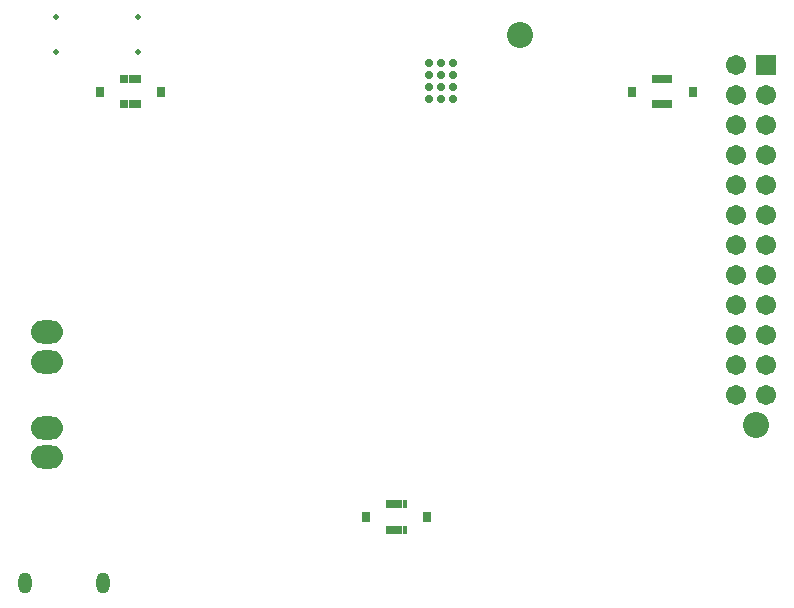
<source format=gbs>
G04*
G04 #@! TF.GenerationSoftware,Altium Limited,Altium Designer,19.0.11 (319)*
G04*
G04 Layer_Color=16711935*
%FSLAX44Y44*%
%MOMM*%
G71*
G01*
G75*
%ADD32C,0.5000*%
%ADD61R,0.6932X0.9632*%
%ADD62R,0.3832X0.6832*%
%ADD64C,0.7032*%
%ADD85O,2.7032X1.9532*%
%ADD86C,1.7032*%
%ADD87R,1.7032X1.7032*%
%ADD88C,2.2032*%
%ADD89O,1.1032X1.8032*%
D32*
X106250Y495500D02*
D03*
Y465900D02*
D03*
X36500Y495500D02*
D03*
Y465900D02*
D03*
D61*
X125800Y432000D02*
D03*
X74200D02*
D03*
X350800Y72000D02*
D03*
X299200D02*
D03*
X524200Y432000D02*
D03*
X575800D02*
D03*
D62*
X107000Y421400D02*
D03*
Y442600D02*
D03*
X103500Y421400D02*
D03*
Y442600D02*
D03*
X100000Y421400D02*
D03*
Y442600D02*
D03*
X96500Y421400D02*
D03*
Y442600D02*
D03*
X93000Y421400D02*
D03*
Y442600D02*
D03*
X332000Y61400D02*
D03*
Y82600D02*
D03*
X328500Y61400D02*
D03*
Y82600D02*
D03*
X325000Y61400D02*
D03*
Y82600D02*
D03*
X321500Y61400D02*
D03*
Y82600D02*
D03*
X318000Y61400D02*
D03*
Y82600D02*
D03*
X543000Y442600D02*
D03*
Y421400D02*
D03*
X546500Y442600D02*
D03*
Y421400D02*
D03*
X550000Y442600D02*
D03*
Y421400D02*
D03*
X553500Y442600D02*
D03*
Y421400D02*
D03*
X557000Y442600D02*
D03*
Y421400D02*
D03*
D64*
X352750Y456250D02*
D03*
X362750D02*
D03*
X372750D02*
D03*
X352750Y446250D02*
D03*
X362750D02*
D03*
X372750D02*
D03*
X352750Y436250D02*
D03*
X362750D02*
D03*
X372750D02*
D03*
X352750Y426250D02*
D03*
X362750D02*
D03*
X372750D02*
D03*
D85*
X29250Y203500D02*
D03*
Y228500D02*
D03*
Y122750D02*
D03*
Y147750D02*
D03*
D86*
X612300Y175300D02*
D03*
Y200700D02*
D03*
Y226100D02*
D03*
Y251500D02*
D03*
Y276900D02*
D03*
Y302300D02*
D03*
Y327700D02*
D03*
Y353100D02*
D03*
Y378500D02*
D03*
Y403900D02*
D03*
Y429050D02*
D03*
Y454700D02*
D03*
X637700Y302300D02*
D03*
Y276900D02*
D03*
Y251500D02*
D03*
Y226100D02*
D03*
Y175300D02*
D03*
Y200700D02*
D03*
Y429300D02*
D03*
Y403900D02*
D03*
Y378500D02*
D03*
Y353100D02*
D03*
Y327700D02*
D03*
D87*
Y454700D02*
D03*
D88*
X629750Y150000D02*
D03*
X429750Y480000D02*
D03*
D89*
X77000Y16250D02*
D03*
X11000D02*
D03*
M02*

</source>
